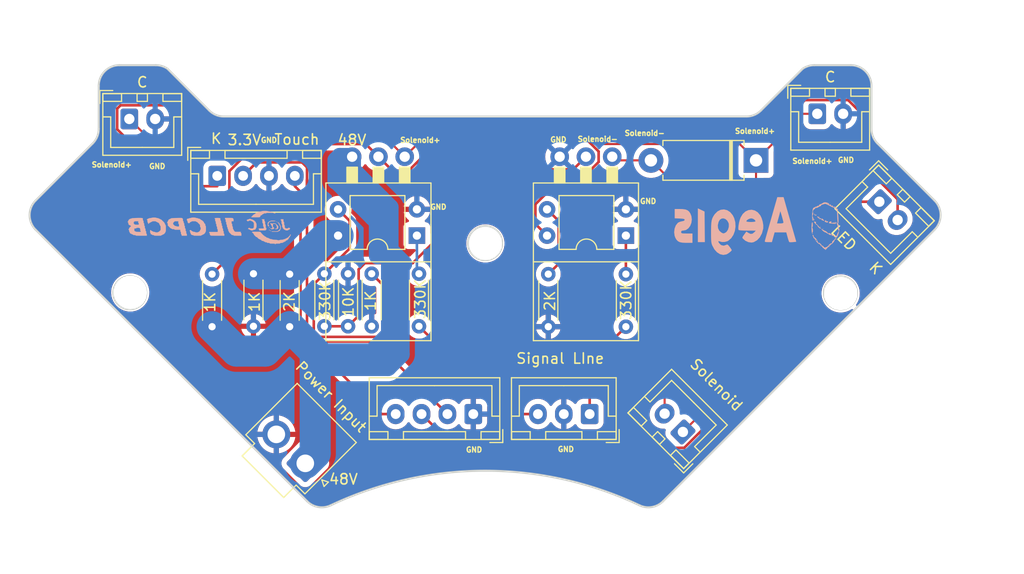
<source format=kicad_pcb>
(kicad_pcb (version 20221018) (generator pcbnew)
  (layers (0 "F.Cu" signal) (31 "B.Cu" signal) (34 "B.Paste" user) (35 "F.Paste" user) (36 "B.SilkS" user "B.Silkscreen") (37 "F.SilkS" user "F.Silkscreen") (38 "B.Mask" user) (39 "F.Mask" user) (44 "Edge.Cuts" user))
  (net 0 "")
  (net 1 "Solenoid+")
  (net 2 "GND")
  (net 3 "Solenoid-")
  (net 4 "+48V")
  (net 5 "Net-(Q3-G)")
  (net 6 "FET1")
  (net 7 "Net-(R1-Pad2)")
  (net 8 "Net-(Q1-G)")
  (net 9 "Net-(R3-Pad2)")
  (net 10 "Net-(R6-Pad1)")
  (net 11 "FET２")
  (net 12 "Net-(R8-Pad2)")
  (net 13 "+15V")
  (net 14 "+3.3V")
  (net 15 "LED")
  (net 16 "Touch")
  (net 17 "K")
  (footprint "Resistor_THT:R_Axial_DIN0204_L3.6mm_D1.6mm_P5.08mm_Horizontal" (layer "F.Cu") (at 212 114 -90)
    (fp_text reference "2K" (at 2.575 -0.15 90) (layer "F.SilkS"))
    (fp_text value "2K")
    (pad "1" thru_hole circle (at 0 0 270) (size 1.4 1.4) (drill 0.7) (layers "*.Cu" "*.Mask") (net 10 "Net-(R6-Pad1)"))
    (pad "2" thru_hole oval (at 5.08 0 270) (size 1.4 1.4) (drill 0.7) (layers "*.Cu" "*.Mask") (net 2 "GND"))
  )
  (footprint "MountingHole:MountingHole_3.2mm_M3" (layer "F.Cu") (at 171.59 115.77 180)
    (fp_text reference "REF**" hide)
    (fp_text value "MountingHole_3.2mm_M3" hide)
    (pad "" np_thru_hole circle (at 0 0 180) (size 3.2 3.2) (drill 3.2) (layers "F&B.Cu" "*.Mask"))
  )
  (footprint "Connector_JST:JST_VH_B2P-VH_1x02_P3.96mm_Vertical" (layer "F.Cu") (at 188.511163 132.28898 135)
    (fp_text reference "J1" hide)
    (fp_text value "Conn_01x02_Socket" hide)
    (pad "1" thru_hole roundrect (at 0 0 135) (size 2.7 2.7) (drill 1.7) (layers "*.Cu" "*.Mask") (roundrect_rratio 0.092593) (net 4 "+48V"))
    (pad "2" thru_hole circle (at 3.96 0 135) (size 2.7 2.7) (drill 1.7) (layers "*.Cu" "*.Mask") (net 2 "GND"))
  )
  (footprint "MountingHole:MountingHole_3.2mm_M3" (layer "F.Cu") (at 240.26 115.86 180)
    (fp_text reference "REF**" hide)
    (fp_text value "MountingHole_3.2mm_M3" hide)
    (pad "" np_thru_hole circle (at 0 0 180) (size 3.2 3.2) (drill 3.2) (layers "*.Cu" "*.Mask"))
  )
  (footprint "Connector_JST:JST_XH_B2B-XH-A_1x02_P2.50mm_Vertical" (layer "F.Cu") (at 225.012653 129.255115 135)
    (fp_text reference "J4" hide)
    (fp_text value "Conn_01x02_Socket")
    (pad "1" thru_hole roundrect (at 0 0 135) (size 1.7 2) (drill 1) (layers "*.Cu" "*.Mask") (roundrect_rratio 0.147059) (net 1 "Solenoid+"))
    (pad "2" thru_hole oval (at 2.5 0 135) (size 1.7 2) (drill 1) (layers "*.Cu" "*.Mask") (net 3 "Solenoid-"))
  )
  (footprint "Connector_JST:JST_XH_B4B-XH-A_1x04_P2.50mm_Vertical" (layer "F.Cu") (at 180 104.5)
    (fp_text reference "J6" hide)
    (fp_text value "Conn_01x04_Socket")
    (pad "1" thru_hole roundrect (at 0 0) (size 1.7 1.95) (drill 0.95) (layers "*.Cu" "*.Mask") (roundrect_rratio 0.147059) (net 17 "K"))
    (pad "2" thru_hole oval (at 2.5 0) (size 1.7 1.95) (drill 0.95) (layers "*.Cu" "*.Mask") (net 14 "+3.3V"))
    (pad "3" thru_hole oval (at 5 0) (size 1.7 1.95) (drill 0.95) (layers "*.Cu" "*.Mask") (net 2 "GND"))
    (pad "4" thru_hole oval (at 7.5 0) (size 1.7 1.95) (drill 0.95) (layers "*.Cu" "*.Mask") (net 16 "Touch"))
  )
  (footprint "Resistor_THT:R_Axial_DIN0204_L3.6mm_D1.6mm_P5.08mm_Horizontal" (layer "F.Cu") (at 187 119.08 90)
    (fp_text reference "2K" (at 2.43 -0.025 90) (layer "F.SilkS"))
    (fp_text value "2K" hide)
    (pad "1" thru_hole circle (at 0 0 90) (size 1.4 1.4) (drill 0.7) (layers "*.Cu" "*.Mask") (net 4 "+48V"))
    (pad "2" thru_hole oval (at 5.08 0 90) (size 1.4 1.4) (drill 0.7) (layers "*.Cu" "*.Mask") (net 13 "+15V"))
  )
  (footprint "Resistor_THT:R_Axial_DIN0204_L3.6mm_D1.6mm_P5.08mm_Horizontal" (layer "F.Cu") (at 192.642 119.04 90)
    (fp_text reference "R4" hide)
    (fp_text value "10K")
    (pad "1" thru_hole circle (at 0 0 90) (size 1.4 1.4) (drill 0.7) (layers "*.Cu" "*.Mask") (net 5 "Net-(Q3-G)"))
    (pad "2" thru_hole oval (at 5.08 0 90) (size 1.4 1.4) (drill 0.7) (layers "*.Cu" "*.Mask") (net 2 "GND"))
  )
  (footprint "Connector_JST:JST_XH_B2B-XH-A_1x02_P2.50mm_Vertical" (layer "F.Cu") (at 171.5 99)
    (fp_text reference "C" (at 1.25 -3.55) (layer "F.SilkS"))
    (fp_text value "C")
    (pad "1" thru_hole roundrect (at 0 0) (size 1.7 2) (drill 1) (layers "*.Cu" "*.Mask") (roundrect_rratio 0.147059) (net 1 "Solenoid+"))
    (pad "2" thru_hole oval (at 2.5 0) (size 1.7 2) (drill 1) (layers "*.Cu" "*.Mask") (net 2 "GND"))
  )
  (footprint "Package_DIP:DIP-4_W7.62mm" (layer "F.Cu") (at 219.5 110.275 180)
    (fp_text reference "U1" hide)
    (fp_text value "EL817")
    (pad "1" thru_hole rect (at 0 0 180) (size 1.6 1.6) (drill 0.8) (layers "*.Cu" "*.Mask") (net 7 "Net-(R1-Pad2)"))
    (pad "2" thru_hole oval (at 0 2.54 180) (size 1.6 1.6) (drill 0.8) (layers "*.Cu" "*.Mask") (net 2 "GND"))
    (pad "3" thru_hole oval (at 7.62 2.54 180) (size 1.6 1.6) (drill 0.8) (layers "*.Cu" "*.Mask") (net 10 "Net-(R6-Pad1)"))
    (pad "4" thru_hole oval (at 7.62 0 180) (size 1.6 1.6) (drill 0.8) (layers "*.Cu" "*.Mask") (net 8 "Net-(Q1-G)"))
  )
  (footprint "Connector_JST:JST_XH_B4B-XH-A_1x04_P2.50mm_Vertical" (layer "F.Cu") (at 204.75 127.525 180)
    (fp_text reference "J2" hide)
    (fp_text value "Conn_01x04_Socket")
    (pad "1" thru_hole roundrect (at 0 0 180) (size 1.7 1.95) (drill 0.95) (layers "*.Cu" "*.Mask") (roundrect_rratio 0.147059) (net 2 "GND"))
    (pad "2" thru_hole oval (at 2.5 0 180) (size 1.7 1.95) (drill 0.95) (layers "*.Cu" "*.Mask") (net 14 "+3.3V"))
    (pad "3" thru_hole oval (at 5 0 180) (size 1.7 1.95) (drill 0.95) (layers "*.Cu" "*.Mask") (net 15 "LED"))
    (pad "4" thru_hole oval (at 7.5 0 180) (size 1.7 1.95) (drill 0.95) (layers "*.Cu" "*.Mask") (net 16 "Touch"))
  )
  (footprint "Resistor_THT:R_Axial_DIN0204_L3.6mm_D1.6mm_P5.08mm_Horizontal" (layer "F.Cu") (at 190.356 119.04 90)
    (fp_text reference "R3" hide)
    (fp_text value "330K")
    (pad "1" thru_hole circle (at 0 0 90) (size 1.4 1.4) (drill 0.7) (layers "*.Cu" "*.Mask") (net 5 "Net-(Q3-G)"))
    (pad "2" thru_hole oval (at 5.08 0 90) (size 1.4 1.4) (drill 0.7) (layers "*.Cu" "*.Mask") (net 9 "Net-(R3-Pad2)"))
  )
  (footprint "Connector_JST:JST_XH_B3B-XH-A_1x03_P2.50mm_Vertical" (layer "F.Cu") (at 216 127.525 180)
    (fp_text reference "J3" hide)
    (fp_text value "Conn_01x03_Socket")
    (pad "1" thru_hole roundrect (at 0 0 180) (size 1.7 1.95) (drill 0.95) (layers "*.Cu" "*.Mask") (roundrect_rratio 0.147059) (net 6 "FET1"))
    (pad "2" thru_hole oval (at 2.5 0 180) (size 1.7 1.95) (drill 0.95) (layers "*.Cu" "*.Mask") (net 2 "GND"))
    (pad "3" thru_hole oval (at 5 0 180) (size 1.7 1.95) (drill 0.95) (layers "*.Cu" "*.Mask") (net 11 "FET２"))
  )
  (footprint "Diode_THT:D_DO-15_P10.16mm_Horizontal" (layer "F.Cu") (at 232.08 103 180)
    (fp_text reference "D1" hide)
    (fp_text value "D")
    (pad "1" thru_hole rect (at 0 0 180) (size 2.4 2.4) (drill 1.2) (layers "*.Cu" "*.Mask") (net 1 "Solenoid+"))
    (pad "2" thru_hole oval (at 10.16 0 180) (size 2.4 2.4) (drill 1.2) (layers "*.Cu" "*.Mask") (net 3 "Solenoid-"))
  )
  (footprint "K15A20D:K15A20D" (layer "F.Cu") (at 195.58 125.001 180)
    (fp_text reference "Q1" hide)
    (fp_text value "PMOS" hide)
    (pad "1" thru_hole circle (at -2.54 22.352) (size 1.8 1.8) (drill 1) (layers "*.Cu" "*.Mask") (net 1 "Solenoid+"))
    (pad "2" thru_hole circle (at 0 22.352) (size 1.8 1.8) (drill 1) (layers "*.Cu" "*.Mask") (net 8 "Net-(Q1-G)"))
    (pad "3" thru_hole circle (at 2.54 22.352) (size 1.8 1.8) (drill 1) (layers "*.Cu" "*.Mask") (net 4 "+48V"))
  )
  (footprint "Resistor_THT:R_Axial_DIN0204_L3.6mm_D1.6mm_P5.08mm_Horizontal" (layer "F.Cu") (at 183.5 113.96 -90)
    (fp_text reference "1K" (at 2.715 -0.1 90) (layer "F.SilkS"))
    (fp_text value "1K" hide)
    (pad "1" thru_hole circle (at 0 0 270) (size 1.4 1.4) (drill 0.7) (layers "*.Cu" "*.Mask") (net 13 "+15V"))
    (pad "2" thru_hole oval (at 5.08 0 270) (size 1.4 1.4) (drill 0.7) (layers "*.Cu" "*.Mask") (net 2 "GND"))
  )
  (footprint "Connector_JST:JST_XH_B2B-XH-A_1x02_P2.50mm_Vertical" (layer "F.Cu") (at 238 98.5)
    (fp_text reference "C" (at 1.25 -3.55) (layer "F.SilkS"))
    (fp_text value "C")
    (pad "1" thru_hole roundrect (at 0 0) (size 1.7 2) (drill 1) (layers "*.Cu" "*.Mask") (roundrect_rratio 0.147059) (net 1 "Solenoid+"))
    (pad "2" thru_hole oval (at 2.5 0) (size 1.7 2) (drill 1) (layers "*.Cu" "*.Mask") (net 2 "GND"))
  )
  (footprint "Resistor_THT:R_Axial_DIN0204_L3.6mm_D1.6mm_P5.08mm_Horizontal" (layer "F.Cu") (at 199.5 119.04 90)
    (fp_text reference "330K" (at 2.64 0.125 90) (layer "F.SilkS"))
    (fp_text value "330K")
    (pad "1" thru_hole circle (at 0 0 90) (size 1.4 1.4) (drill 0.7) (layers "*.Cu" "*.Mask") (net 11 "FET２"))
    (pad "2" thru_hole oval (at 5.08 0 90) (size 1.4 1.4) (drill 0.7) (layers "*.Cu" "*.Mask") (net 12 "Net-(R8-Pad2)"))
  )
  (footprint "Resistor_THT:R_Axial_DIN0204_L3.6mm_D1.6mm_P5.08mm_Horizontal" (layer "F.Cu") (at 219.5 119.08 90)
    (fp_text reference "330K" (at 2.58 0.025 90) (layer "F.SilkS"))
    (fp_text value "330K")
    (pad "1" thru_hole circle (at 0 0 90) (size 1.4 1.4) (drill 0.7) (layers "*.Cu" "*.Mask") (net 6 "FET1"))
    (pad "2" thru_hole oval (at 5.08 0 90) (size 1.4 1.4) (drill 0.7) (layers "*.Cu" "*.Mask") (net 7 "Net-(R1-Pad2)"))
  )
  (footprint "K15A20D:K15A20D" (layer "F.Cu") (at 215.64 125.001 180)
    (fp_text reference "Q3" hide)
    (fp_text value "NMOS" hide)
    (pad "1" thru_hole circle (at -2.54 22.352) (size 1.8 1.8) (drill 1) (layers "*.Cu" "*.Mask") (net 3 "Solenoid-"))
    (pad "2" thru_hole circle (at 0 22.352) (size 1.8 1.8) (drill 1) (layers "*.Cu" "*.Mask") (net 5 "Net-(Q3-G)"))
    (pad "3" thru_hole circle (at 2.54 22.352) (size 1.8 1.8) (drill 1) (layers "*.Cu" "*.Mask") (net 2 "GND"))
  )
  (footprint "Package_DIP:DIP-4_W7.62mm" (layer "F.Cu") (at 199.3 110.275 180)
    (fp_text reference "U2" hide)
    (fp_text value "EL817")
    (pad "1" thru_hole rect (at 0 0 180) (size 1.6 1.6) (drill 0.8) (layers "*.Cu" "*.Mask") (net 12 "Net-(R8-Pad2)"))
    (pad "2" thru_hole oval (at 0 2.54 180) (size 1.6 1.6) (drill 0.8) (layers "*.Cu" "*.Mask") (net 2 "GND"))
    (pad "3" thru_hole oval (at 7.62 2.54 180) (size 1.6 1.6) (drill 0.8) (layers "*.Cu" "*.Mask") (net 9 "Net-(R3-Pad2)"))
    (pad "4" thru_hole oval (at 7.62 0 180) (size 1.6 1.6) (drill 0.8) (layers "*.Cu" "*.Mask") (net 13 "+15V"))
  )
  (footprint "Resistor_THT:R_Axial_DIN0204_L3.6mm_D1.6mm_P5.08mm_Horizontal" (layer "F.Cu") (at 179.5 119.08 90)
    (fp_text reference "1K" (at 2.38 -0.2 90) (layer "F.SilkS"))
    (fp_text value "1K" hide)
    (pad "1" thru_hole circle (at 0 0 90) (size 1.4 1.4) (drill 0.7) (layers "*.Cu" "*.Mask") (net 4 "+48V"))
    (pad "2" thru_hole oval (at 5.08 0 90) (size 1.4 1.4) (drill 0.7) (layers "*.Cu" "*.Mask") (net 8 "Net-(Q1-G)"))
  )
  (footprint "MountingHole:MountingHole_3.2mm_M3" (layer "F.Cu") (at 205.92 111.03 180)
    (fp_text reference "REF**" hide)
    (fp_text value "MountingHole_3.2mm_M3")
    (pad "" np_thru_hole circle (at 0 0 180) (size 3.2 3.2) (drill 3.2) (layers "F&B.Cu" "*.Mask"))
  )
  (footprint "Connector_JST:JST_XH_B2B-XH-A_1x02_P2.50mm_Vertical" (layer "F.Cu") (at 244 107 -45)
    (fp_text reference "J5" hide)
    (fp_text value "Conn_01x02_Socket")
    (pad "1" thru_hole roundrect (at 0 0 315) (size 1.7 2) (drill 1) (layers "*.Cu" "*.Mask") (roundrect_rratio 0.147059) (net 15 "LED"))
    (pad "2" thru_hole oval (at 2.5 0 315) (size 1.7 2) (drill 1) (layers "*.Cu" "*.Mask") (net 17 "K"))
  )
  (footprint "Resistor_THT:R_Axial_DIN0204_L3.6mm_D1.6mm_P5.08mm_Horizontal" (layer "F.Cu") (at 194.928 113.96 -90)
    (fp_text reference "R5" hide)
    (fp_text value "１K")
    (pad "1" thru_hole circle (at 0 0 270) (size 1.4 1.4) (drill 0.7) (layers "*.Cu" "*.Mask") (net 9 "Net-(R3-Pad2)"))
    (pad "2" thru_hole oval (at 5.08 0 270) (size 1.4 1.4) (drill 0.7) (layers "*.Cu" "*.Mask") (net 2 "GND"))
  )
  (footprint "Aegis:ver4" (layer "B.Cu") (at 232.494609 109.165461 180)
    (fp_text reference "G***" hide)
    (fp_text value "LOGO" hide)
  )
  (footprint "JLCPCB:JLCPCB" (layer "B.Cu") (at 179.330834 109.521167 180)
    (fp_text reference "G***" hide)
    (fp_text value "LOGO" hide)
  )
  (gr_arc (start 241.23743 93.800098) (mid 242.651644 94.385884) (end 243.23743 95.800098) (stroke (width 0.2)) (layer "Edge.Cuts"))
  (gr_arc (start 190.959253 136.346376) (mid 189.763047 136.507921) (end 188.69175 135.951751) (stroke (width 0.2)) (layer "Edge.Cuts"))
  (gr_line (start 223.091874 135.951751) (end 249.333624 109.71) (stroke (width 0.2)) (layer "Edge.Cuts"))
  (gr_circle (center 240.238892 115.804733) (end 238.638892 115.804733) (stroke (width 0.2)) (fill none) (layer "Edge.Cuts"))
  (gr_line (start 231.149066 98.762612) (end 180.634558 98.762612) (stroke (width 0.2)) (layer "Edge.Cuts"))
  (gr_line (start 241.23743 93.800098) (end 237.71743 93.800098) (stroke (width 0.2)) (layer "Edge.Cuts"))
  (gr_line (start 249.333624 106.881573) (end 243.823217 101.371166) (stroke (width 0.2)) (layer "Edge.Cuts"))
  (gr_circle (center 171.544732 115.804733) (end 169.944732 115.804733) (stroke (width 0.2)) (fill none) (layer "Edge.Cuts"))
  (gr_arc (start 223.091874 135.951751) (mid 222.020576 136.50792) (end 220.824371 136.346376) (stroke (width 0.2)) (layer "Edge.Cuts"))
  (gr_line (start 179.220345 98.176826) (end 175.187546 94.144027) (stroke (width 0.2)) (layer "Edge.Cuts"))
  (gr_arc (start 168.546194 99.956952) (mid 168.393953 100.722319) (end 167.960407 101.371166) (stroke (width 0.2)) (layer "Edge.Cuts"))
  (gr_arc (start 162.45 109.71) (mid 161.864212 108.295786) (end 162.45 106.881573) (stroke (width 0.2)) (layer "Edge.Cuts"))
  (gr_line (start 162.45 109.71) (end 188.69175 135.951751) (stroke (width 0.2)) (layer "Edge.Cuts"))
  (gr_circle (center 205.891812 111.001054) (end 204.241812 111.001054) (stroke (width 0.2)) (fill none) (layer "Edge.Cuts"))
  (gr_arc (start 249.333624 106.881573) (mid 249.919411 108.295786) (end 249.333624 109.71) (stroke (width 0.2)) (layer "Edge.Cuts"))
  (gr_arc (start 243.823217 101.371166) (mid 243.389671 100.722319) (end 243.23743 99.956952) (stroke (width 0.2)) (layer "Edge.Cuts"))
  (gr_arc (start 236.596078 94.144027) (mid 237.130975 93.888012) (end 237.71743 93.800098) (stroke (width 0.2)) (layer "Edge.Cuts"))
  (gr_arc (start 190.959253 136.346376) (mid 205.891812 133.001055) (end 220.824371 136.346376) (stroke (width 0.2)) (layer "Edge.Cuts"))
  (gr_line (start 243.23743 99.956952) (end 243.23743 95.800098) (stroke (width 0.2)) (layer "Edge.Cuts"))
  (gr_line (start 236.596078 94.144027) (end 232.563279 98.176826) (stroke (width 0.2)) (layer "Edge.Cuts"))
  (gr_line (start 167.960407 101.371166) (end 162.45 106.881573) (stroke (width 0.2)) (layer "Edge.Cuts"))
  (gr_arc (start 180.634558 98.762612) (mid 179.869184 98.610384) (end 179.220345 98.176826) (stroke (width 0.2)) (layer "Edge.Cuts"))
  (gr_arc (start 168.546194 95.800098) (mid 169.131964 94.38585) (end 170.546194 93.800098) (stroke (width 0.2)) (layer "Edge.Cuts"))
  (gr_line (start 174.066194 93.800098) (end 170.546194 93.800098) (stroke (width 0.2)) (layer "Edge.Cuts"))
  (gr_arc (start 232.563279 98.176826) (mid 231.914433 98.610372) (end 231.149066 98.762612) (stroke (width 0.2)) (layer "Edge.Cuts"))
  (gr_arc (start 174.066194 93.800098) (mid 174.65265 93.888009) (end 175.187546 94.144027) (stroke (width 0.2)) (layer "Edge.Cuts"))
  (gr_line (start 168.546194 95.800098) (end 168.546194 99.956952) (stroke (width 0.2)) (layer "Edge.Cuts"))
  (gr_text "K" (at 243.65 113.425 -45) (layer "F.SilkS") (effects (font (size 1 1))))
  (gr_text "10K" (at 192.675 116.675 90) (layer "F.SilkS") (effects (font (size 1 1))))
  (gr_text "GND" (at 213.7 130.925) (layer "F.SilkS") (effects (font (size 0.5 0.5) (thickness 0.125))))
  (gr_text "GND" (at 204.825 130.975) (layer "F.SilkS") (effects (font (size 0.5 0.5) (thickness 0.125))))
  (gr_text "Solenoid+\n\n" (at 169.8 103.825) (layer "F.SilkS") (effects (font (size 0.5 0.5) (thickness 0.125))))
  (gr_text "Signal LIne\n" (at 213.15 122.15) (layer "F.SilkS") (effects (font (size 1 1))))
  (gr_text "GND" (at 212.975 101) (layer "F.SilkS") (effects (font (size 0.5 0.5) (thickness 0.125))))
  (gr_text "Power Input" (at 191 125.85 -45) (layer "F.SilkS") (effects (font (size 1 1))))
  (gr_text "Solenoid+\n\n" (at 237.525 103.475) (layer "F.SilkS") (effects (font (size 0.5 0.5) (thickness 0.125))))
  (gr_text "GND" (at 221.65 106.95) (layer "F.SilkS") (effects (font (size 0.5 0.5) (thickness 0.125))))
  (gr_text "Solenoid-\n\n" (at 221.316659 100.776323) (layer "F.SilkS") (effects (font (size 0.5 0.5) (thickness 0.125))))
  (gr_text "GND" (at 240.775 102.975) (layer "F.SilkS") (effects (font (size 0.5 0.5) (thickness 0.125))))
  (gr_text "Solenoid-\n\n" (at 216.775 101.35) (layer "F.SilkS") (effects (font (size 0.5 0.5) (thickness 0.125))))
  (gr_text "Solenoid\n" (at 228.25 124.7 -45) (layer "F.SilkS") (effects (font (size 1 1))))
  (gr_text "K" (at 179.9 100.9) (layer "F.SilkS") (effects (font (size 1 1))))
  (gr_text "48V" (at 193.025 101.025) (layer "F.SilkS") (effects (font (size 1 1))))
  (gr_text "Touch" (at 187.7 100.975) (layer "F.SilkS") (effects (font (size 1 1))))
  (gr_text "LED" (at 240.55 110.525 -45) (layer "F.SilkS") (effects (font (size 1 1))))
  (gr_text "1K\n" (at 194.825 116.575 90) (layer "F.SilkS") (effects (font (size 1 1))))
  (gr_text "GND" (at 185 101.05) (layer "F.SilkS") (effects (font (size 0.5 0.5) (thickness 0.125))))
  (gr_text "Solenoid+\n\n" (at 199.625 101.45) (layer "F.SilkS") (effects (font (size 0.5 0.5) (thickness 0.125))))
  (gr_text "330K\n" (at 190.425 116.575 90) (layer "F.SilkS") (effects (font (size 1 1))))
  (gr_text "GND" (at 201.375 107.5) (layer "F.SilkS") (effects (font (size 0.5 0.5) (thickness 0.125))))
  (gr_text "Solenoid+\n\n" (at 231.975 100.575) (layer "F.SilkS") (effects (font (size 0.5 0.5) (thickness 0.125))))
  (gr_text "3.3V\n" (at 182.625 101.025) (layer "F.SilkS") (effects (font (size 1 1))))
  (gr_text "GND" (at 174.2 103.575) (layer "F.SilkS") (effects (font (size 0.5 0.5) (thickness 0.125))))
  (gr_text "48V" (at 192.2 133.825) (layer "F.SilkS") (effects (font (size 1 1))))
  (segment (start 238 98.5) (end 236.58 98.5) (width 0.2) (layer "F.Cu") (net 1))
  (segment (start 216.44 100.575) (end 217.29 101.425) (width 0.2) (layer "F.Cu") (net 1))
  (segment (start 232.08 122.187768) (end 225.012653 129.255115) (width 0.2) (layer "F.Cu") (net 1))
  (segment (start 236.58 98.5) (end 232.08 103) (width 0.2) (layer "F.Cu") (net 1))
  (segment (start 217.29 101.425) (end 230.505 101.425) (width 0.2) (layer "F.Cu") (net 1))
  (segment (start 196.47 100.999) (end 198.12 102.649) (width 0.2) (layer "F.Cu") (net 1))
  (segment (start 198.12 102.649) (end 200.194 100.575) (width 0.2) (layer "F.Cu") (net 1))
  (segment (start 230.505 101.425) (end 232.08 103) (width 0.2) (layer "F.Cu") (net 1))
  (segment (start 171.5 99) (end 173.499 100.999) (width 0.2) (layer "F.Cu") (net 1))
  (segment (start 173.499 100.999) (end 196.47 100.999) (width 0.2) (layer "F.Cu") (net 1))
  (segment (start 200.194 100.575) (end 216.44 100.575) (width 0.2) (layer "F.Cu") (net 1))
  (segment (start 232.08 103) (end 232.08 122.187768) (width 0.2) (layer "F.Cu") (net 1))
  (segment (start 223.244886 104.324886) (end 223.244886 127.487348) (width 0.2) (layer "F.Cu") (net 3))
  (segment (start 221.92 103) (end 218.531 103) (width 0.2) (layer "F.Cu") (net 3))
  (segment (start 221.92 103) (end 223.244886 104.324886) (width 0.2) (layer "F.Cu") (net 3))
  (segment (start 218.531 103) (end 218.18 102.649) (width 0.2) (layer "F.Cu") (net 3))
  (segment (start 191.561296 105) (end 193.030648 106.469352) (width 1.7) (layer "B.Cu") (net 4))
  (segment (start 195.030648 108.469352) (end 195.5 108.938704) (width 1.7) (layer "B.Cu") (net 4))
  (segment (start 191.851 102.649) (end 191.5 103) (width 1.7) (layer "B.Cu") (net 4))
  (segment (start 193.04 102.649) (end 193.04 103.921792) (width 1.7) (layer "B.Cu") (net 4))
  (segment (start 181.86 121.44) (end 184.64 121.44) (width 3) (layer "B.Cu") (net 4))
  (segment (start 189.465757 123.5) (end 189.465757 121.545757) (width 3) (layer "B.Cu") (net 4))
  (segment (start 197.545757 121.545757) (end 194.954243 121.545757) (width 1.7) (layer "B.Cu") (net 4))
  (segment (start 189.965757 123) (end 189.465757 123.5) (width 1.7) (layer "B.Cu") (net 4))
  (segment (start 197.75 113.235126) (end 197.75 121.75) (width 1.7) (layer "B.Cu") (net 4))
  (segment (start 196.678 119.822) (end 194.954243 121.545757) (width 1.7) (layer "B.Cu") (net 4))
  (segment (start 193.04 103.921792) (end 193.717208 104.599) (width 1.7) (layer "B.Cu") (net 4))
  (segment (start 184.64 121.44) (end 187 119.08) (width 3) (layer "B.Cu") (net 4))
  (segment (start 189.465757 131.334386) (end 189.465757 123.5) (width 3) (layer "B.Cu") (net 4))
  (segment (start 193.316208 105) (end 191.561296 105) (width 1.7) (layer "B.Cu") (net 4))
  (segment (start 193.030648 106.469352) (end 193.780648 107.219352) (width 1.7) (layer "B.Cu") (net 4))
  (segment (start 196.678 112) (end 197 112) (width 1.7) (layer "B.Cu") (net 4))
  (segment (start 195.5 108.938704) (end 195.5 112.21) (width 1.7) (layer "B.Cu") (net 4))
  (segment (start 195.940208 107.559792) (end 195.030648 108.469352) (width 1.7) (layer "B.Cu") (net 4))
  (segment (start 191.5 103) (end 191.5 105) (width 1.7) (layer "B.Cu") (net 4))
  (segment (start 196.678 112) (end 196.678 119.822) (width 1.7) (layer "B.Cu") (net 4))
  (segment (start 193.809104 105.690896) (end 193.030648 106.469352) (width 1.7) (layer "B.Cu") (net 4))
  (segment (start 194.309104 106.690896) (end 193.780648 107.219352) (width 1.7) (layer "B.Cu") (net 4))
  (segment (start 197.992563 112.992563) (end 197.75 113.235126) (width 1.7) (layer "B.Cu") (net 4))
  (segment (start 193.04 102.649) (end 191.851 102.649) (width 1.7) (layer "B.Cu") (net 4))
  (segment (start 197 112) (end 197.992563 112.992563) (width 1.7) (layer "B.Cu") (net 4))
  (segment (start 193.780648 107.219352) (end 195.030648 108.469352) (width 1.7) (layer "B.Cu") (net 4))
  (segment (start 195.809104 106.690896) (end 194.309104 106.690896) (width 1.7) (layer "B.Cu") (net 4))
  (segment (start 195.809104 106.690896) (end 196.678 107.559792) (width 1.7) (layer "B.Cu") (net 4))
  (segment (start 189.465757 121.545757) (end 187 119.08) (width 3) (layer "B.Cu") (net 4))
  (segment (start 179.5 119.08) (end 181.86 121.44) (width 3) (layer "B.Cu") (net 4))
  (segment (start 197.75 121.75) (end 197.545757 121.545757) (width 1.7) (layer "B.Cu") (net 4))
  (segment (start 193.04 103.921792) (end 194.809104 105.690896) (width 1.7) (layer "B.Cu") (net 4))
  (segment (start 188.511163 132.28898) (end 189.465757 131.334386) (width 3) (layer "B.Cu") (net 4))
  (segment (start 193.717208 104.599) (end 193.316208 105) (width 1.7) (layer "B.Cu") (net 4))
  (segment (start 191.5 105) (end 191.561296 105) (width 1.7) (layer "B.Cu") (net 4))
  (segment (start 197.75 121.75) (end 196.5 123) (width 1.7) (layer "B.Cu") (net 4))
  (segment (start 196.678 107.559792) (end 196.678 112) (width 1.7) (layer "B.Cu") (net 4))
  (segment (start 194.809104 105.690896) (end 193.809104 105.690896) (width 1.7) (layer "B.Cu") (net 4))
  (segment (start 196.5 123) (end 189.965757 123) (width 1.7) (layer "B.Cu") (net 4))
  (segment (start 196.678 107.559792) (end 195.940208 107.559792) (width 1.7) (layer "B.Cu") (net 4))
  (segment (start 194.954243 121.545757) (end 189.465757 121.545757) (width 1.7) (layer "B.Cu") (net 4))
  (segment (start 194.809104 105.690896) (end 195.809104 106.690896) (width 1.7) (layer "B.Cu") (net 4))
  (segment (start 215.64 102.649) (end 214.415 103.874) (width 0.25) (layer "F.Cu") (net 5))
  (segment (start 207.951 103.874) (end 198.89 112.935) (width 0.25) (layer "F.Cu") (net 5))
  (segment (start 214.415 103.874) (end 207.951 103.874) (width 0.25) (layer "F.Cu") (net 5))
  (segment (start 194.267431 112.935) (end 193.667 113.535431) (width 0.25) (layer "F.Cu") (net 5))
  (segment (start 192.642 119.04) (end 190.356 119.04) (width 0.25) (layer "F.Cu") (net 5))
  (segment (start 193.667 113.535431) (end 193.667 118.015) (width 0.25) (layer "F.Cu") (net 5))
  (segment (start 193.667 118.015) (end 192.642 119.04) (width 0.25) (layer "F.Cu") (net 5))
  (segment (start 198.89 112.935) (end 194.267431 112.935) (width 0.25) (layer "F.Cu") (net 5))
  (segment (start 216 122.58) (end 219.5 119.08) (width 0.25) (layer "F.Cu") (net 6))
  (segment (start 216 127.525) (end 216 122.58) (width 0.25) (layer "F.Cu") (net 6))
  (segment (start 219.5 110.275) (end 219.5 114) (width 0.25) (layer "F.Cu") (net 7))
  (segment (start 196.931 104) (end 198.501412 104) (width 0.25) (layer "F.Cu") (net 8))
  (segment (start 183.789299 101.424) (end 181.175 104.038299) (width 0.25) (layer "F.Cu") (net 8))
  (segment (start 181.175 104.038299) (end 181.175 112.325) (width 0.25) (layer "F.Cu") (net 8))
  (segment (start 216.865 103.156412) (end 215.697412 104.324) (width 0.25) (layer "F.Cu") (net 8))
  (segment (start 215.723412 101) (end 216.865 102.141588) (width 0.25) (layer "F.Cu") (net 8))
  (segment (start 213.676 104.324) (end 210.755 107.245) (width 0.25) (layer "F.Cu") (net 8))
  (segment (start 181.175 112.325) (end 179.5 114) (width 0.25) (layer "F.Cu") (net 8))
  (segment (start 210.755 107.245) (end 210.755 109.15) (width 0.25) (layer "F.Cu") (net 8))
  (segment (start 198.501412 104) (end 201.501412 101) (width 0.25) (layer "F.Cu") (net 8))
  (segment (start 216.865 102.141588) (end 216.865 103.156412) (width 0.25) (layer "F.Cu") (net 8))
  (segment (start 195.58 102.649) (end 196.931 104) (width 0.25) (layer "F.Cu") (net 8))
  (segment (start 215.697412 104.324) (end 213.676 104.324) (width 0.25) (layer "F.Cu") (net 8))
  (segment (start 194.355 101.424) (end 183.789299 101.424) (width 0.25) (layer "F.Cu") (net 8))
  (segment (start 210.755 109.15) (end 211.88 110.275) (width 0.25) (layer "F.Cu") (net 8))
  (segment (start 201.501412 101) (end 215.723412 101) (width 0.25) (layer "F.Cu") (net 8))
  (segment (start 195.58 102.649) (end 194.355 101.424) (width 0.25) (layer "F.Cu") (net 8))
  (segment (start 189.331 114.985) (end 189.331 119.464569) (width 0.25) (layer "F.Cu") (net 9))
  (segment (start 191.68 107.735) (end 192.805 108.86) (width 0.25) (layer "F.Cu") (net 9))
  (segment (start 189.931431 120.065) (end 195.435 120.065) (width 0.25) (layer "F.Cu") (net 9))
  (segment (start 189.331 119.464569) (end 189.931431 120.065) (width 0.25) (layer "F.Cu") (net 9))
  (segment (start 195.435 120.065) (end 196 119.5) (width 0.25) (layer "F.Cu") (net 9))
  (segment (start 192.805 108.86) (end 192.805 111.511) (width 0.25) (layer "F.Cu") (net 9))
  (segment (start 190.356 113.96) (end 189.331 114.985) (width 0.25) (layer "F.Cu") (net 9))
  (segment (start 196 115.032) (end 194.928 113.96) (width 0.25) (layer "F.Cu") (net 9))
  (segment (start 192.805 111.511) (end 190.356 113.96) (width 0.25) (layer "F.Cu") (net 9))
  (segment (start 196 119.5) (end 196 115.032) (width 0.25) (layer "F.Cu") (net 9))
  (segment (start 213.005 108.86) (end 213.005 112.995) (width 0.25) (layer "F.Cu") (net 10))
  (segment (start 213.005 112.995) (end 212 114) (width 0.25) (layer "F.Cu") (net 10))
  (segment (start 211.88 107.735) (end 213.005 108.86) (width 0.25) (layer "F.Cu") (net 10))
  (segment (start 211 127.525) (end 207.985 127.525) (width 0.25) (layer "F.Cu") (net 11))
  (segment (start 207.985 127.525) (end 199.5 119.04) (width 0.25) (layer "F.Cu") (net 11))
  (segment (start 199.3 110.275) (end 199.3 113.76) (width 0.25) (layer "B.Cu") (net 12))
  (segment (start 199.3 113.76) (end 199.5 113.96) (width 0.25) (layer "B.Cu") (net 12))
  (segment (start 191.68 110.275) (end 190.645 110.275) (width 3) (layer "B.Cu") (net 13))
  (segment (start 190.645 110.275) (end 186.96 113.96) (width 3) (layer "B.Cu") (net 13))
  (segment (start 183.5 113.96) (end 186.96 113.96) (width 3) (layer "B.Cu") (net 13))
  (segment (start 186.96 113.96) (end 187 114) (width 3) (layer "B.Cu") (net 13))
  (segment (start 183.8 103.2) (end 188.2 103.2) (width 0.25) (layer "F.Cu") (net 14))
  (segment (start 188.675 106) (end 188.675 104.888299) (width 0.25) (layer "F.Cu") (net 14))
  (segment (start 189.745035 120.515) (end 188.675 119.444965) (width 0.25) (layer "F.Cu") (net 14))
  (segment (start 188.675 103.675) (end 188.675 106) (width 0.25) (layer "F.Cu") (net 14))
  (segment (start 188.675 119.444965) (end 188.675 106) (width 0.25) (layer "F.Cu") (net 14))
  (segment (start 188.2 103.2) (end 188.675 103.675) (width 0.25) (layer "F.Cu") (net 14))
  (segment (start 195.24 120.515) (end 189.745035 120.515) (width 0.25) (layer "F.Cu") (net 14))
  (segment (start 202.25 127.525) (end 195.24 120.515) (width 0.25) (layer "F.Cu") (net 14))
  (segment (start 182.5 104.5) (end 183.8 103.2) (width 0.25) (layer "F.Cu") (net 14))
  (segment (start 203.014607 130.789607) (end 199.75 127.525) (width 0.25) (layer "F.Cu") (net 15))
  (segment (start 244 107) (end 234.5 107) (width 0.25) (layer "F.Cu") (net 15))
  (segment (start 233 108.5) (end 233 122.92947) (width 0.25) (layer "F.Cu") (net 15))
  (segment (start 233 122.92947) (end 225.139863 130.789607) (width 0.25) (layer "F.Cu") (net 15))
  (segment (start 234.5 107) (end 233 108.5) (width 0.25) (layer "F.Cu") (net 15))
  (segment (start 225.139863 130.789607) (end 203.014607 130.789607) (width 0.25) (layer "F.Cu") (net 15))
  (segment (start 187.5 105.5) (end 188.05 106.05) (width 0.25) (layer "F.Cu") (net 16))
  (segment (start 188.05 106.05) (end 188.05 119.686396) (width 0.25) (layer "F.Cu") (net 16))
  (segment (start 188.05 119.686396) (end 195.888604 127.525) (width 0.25) (layer "F.Cu") (net 16))
  (segment (start 195.888604 127.525) (end 197.25 127.525) (width 0.25) (layer "F.Cu") (net 16))
  (segment (start 236.8 97.175) (end 240.986701 97.175) (width 0.25) (layer "F.Cu") (net 17))
  (segment (start 175.8299 105.5) (end 170.325 99.9951) (width 0.25) (layer "F.Cu") (net 17))
  (segment (start 242 103) (end 245.767767 106.767767) (width 0.25) (layer "F.Cu") (net 17))
  (segment (start 217.702082 101) (end 232.975 101) (width 0.25) (layer "F.Cu") (net 17))
  (segment (start 216.850002 100.14792) (end 217.702082 101) (width 0.25) (layer "F.Cu") (net 17))
  (segment (start 245.767767 106.767767) (end 245.767767 108.767767) (width 0.25) (layer "F.Cu") (net 17))
  (segment (start 242 98.188299) (end 242 103) (width 0.25) (layer "F.Cu") (net 17))
  (segment (start 170.6549 97.675) (end 175.175 97.675) (width 0.25) (layer "F.Cu") (net 17))
  (segment (start 180 105.5) (end 175.8299 105.5) (width 0.25) (layer "F.Cu") (net 17))
  (segment (start 170.325 98.0049) (end 170.6549 97.675) (width 0.25) (layer "F.Cu") (net 17))
  (segment (start 175.175 97.675) (end 177.64792 100.14792) (width 0.25) (layer "F.Cu") (net 17))
  (segment (start 240.986701 97.175) (end 242 98.188299) (width 0.25) (layer "F.Cu") (net 17))
  (segment (start 177.64792 100.14792) (end 216.850002 100.14792) (width 0.25) (layer "F.Cu") (net 17))
  (segment (start 232.975 101) (end 236.8 97.175) (width 0.25) (layer "F.Cu") (net 17))
  (segment (start 170.325 99.9951) (end 170.325 98.0049) (width 0.25) (layer "F.Cu") (net 17))
  (zone (net 2) (net_name "GND") (layers "F&B.Cu") (connect_pads (clearance 0.5)) (min_thickness 0.25) (fill yes (thermal_gap 0.5) (thermal_bridge_width 0.5))
    (polygon (pts (xy 161 87.5) (xy 258 87.5) (xy 257.5 143) (xy 159 143)))
  )
)
</source>
